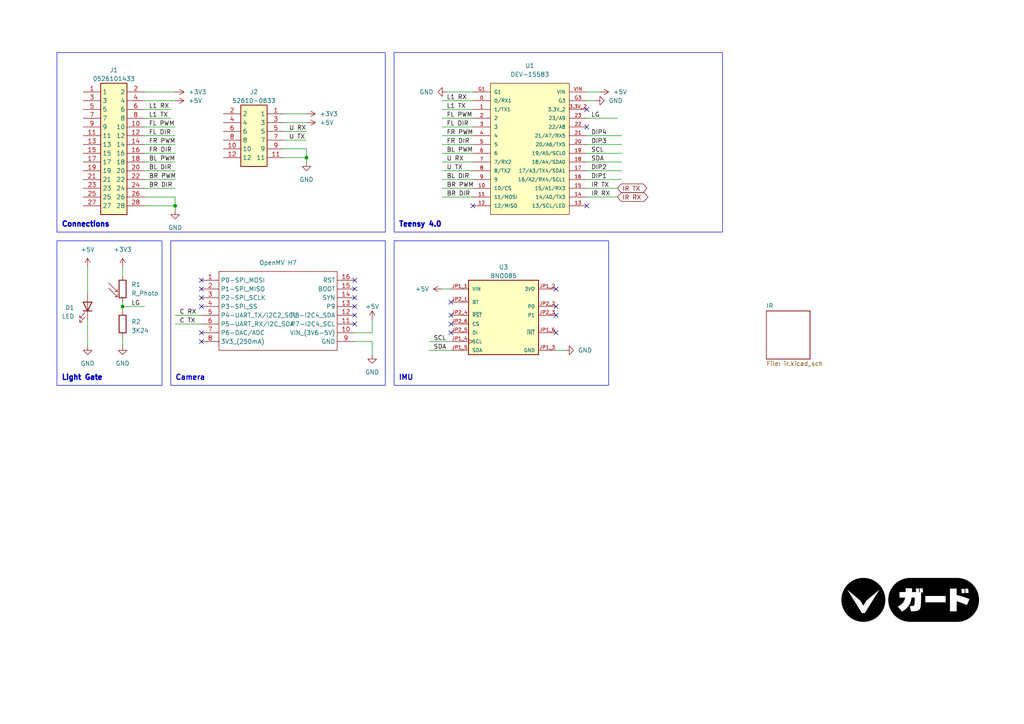
<source format=kicad_sch>
(kicad_sch (version 20230121) (generator eeschema)
  (paper "A4")
  (lib_symbols
    (symbol "4754:4754" (pin_names (offset 1.016))
      (property "Reference" "U" (at -10.16 12.192 0))
      (property "Value" "4754" (at -10.16 -12.7 0))
      (symbol "4754_0_0"
        (rectangle (start -10.16 11.43) (end 10.16 -10.16) (stroke (width 0.254)) (fill (type background)))
        (pin input line (at -15.24 8.89 0) (length 5.08) (name "VIN") (number "JP1_1"))
        (pin output line (at 15.24 8.89 180) (length 5.08) (name "3VO") (number "JP1_2"))
        (pin power_in line (at 15.24 -8.89 180) (length 5.08) (name "GND") (number "JP1_3"))
        (pin bidirectional clock (at -15.24 -6.35 0) (length 5.08) (name "SCL") (number "JP1_4"))
        (pin bidirectional line (at -15.24 -8.89 0) (length 5.08) (name "SDA") (number "JP1_5"))
        (pin output line (at 15.24 -3.81 180) (length 5.08) (name "~{INT}") (number "JP1_6"))
        (pin input line (at -15.24 5.08 0) (length 5.08) (name "BT") (number "JP2_1"))
        (pin bidirectional line (at 15.24 3.81 180) (length 5.08) (name "P0") (number "JP2_2"))
        (pin bidirectional line (at 15.24 1.27 180) (length 5.08) (name "P1") (number "JP2_3"))
        (pin input line (at -15.24 1.27 0) (length 5.08) (name "~{RST}") (number "JP2_4"))
        (pin input line (at -15.24 -3.81 0) (length 5.08) (name "DI") (number "JP2_5"))
        (pin input line (at -15.24 -1.27 0) (length 5.08) (name "CS") (number "JP2_6"))
      )
    )
    (symbol "52610:52610-0633"
      (property "Reference" "J" (at 10.16 3.81 0))
      (property "Value" "52610-0633" (at 10.16 1.27 0))
      (symbol "52610-0633_1_1"
        (rectangle (start 6.35 0) (end 13.97 -17.78) (stroke (width 0.254)) (fill (type background)))
        (pin passive line (at 19.05 -2.54 180) (length 5.08) (name "1") (number "1"))
        (pin passive line (at 1.27 -12.7 0) (length 5.08) (name "10") (number "10"))
        (pin passive line (at 19.05 -15.24 180) (length 5.08) (name "11") (number "11"))
        (pin passive line (at 1.27 -15.24 0) (length 5.08) (name "12") (number "12"))
        (pin passive line (at 1.27 -2.54 0) (length 5.08) (name "2") (number "2"))
        (pin passive line (at 19.05 -5.08 180) (length 5.08) (name "3") (number "3"))
        (pin passive line (at 1.27 -5.08 0) (length 5.08) (name "4") (number "4"))
        (pin passive line (at 19.05 -7.62 180) (length 5.08) (name "5") (number "5"))
        (pin passive line (at 1.27 -7.62 0) (length 5.08) (name "6") (number "6"))
        (pin passive line (at 19.05 -10.16 180) (length 5.08) (name "7") (number "7"))
        (pin passive line (at 1.27 -10.16 0) (length 5.08) (name "8") (number "8"))
        (pin passive line (at 19.05 -12.7 180) (length 5.08) (name "9") (number "9"))
      )
    )
    (symbol "52610:52610-1433"
      (property "Reference" "J" (at 8.89 3.81 0))
      (property "Value" "52610-1433" (at 8.89 1.27 0))
      (symbol "52610-1433_1_1"
        (rectangle (start 5.08 0) (end 12.7 -38.1) (stroke (width 0.254)) (fill (type background)))
        (pin passive line (at 17.78 -2.54 180) (length 5.08) (name "1") (number "1"))
        (pin passive line (at 0 -12.7 0) (length 5.08) (name "10") (number "10"))
        (pin passive line (at 17.78 -15.24 180) (length 5.08) (name "11") (number "11"))
        (pin passive line (at 0 -15.24 0) (length 5.08) (name "12") (number "12"))
        (pin passive line (at 17.78 -17.78 180) (length 5.08) (name "13") (number "13"))
        (pin passive line (at 0 -17.78 0) (length 5.08) (name "14") (number "14"))
        (pin passive line (at 17.78 -20.32 180) (length 5.08) (name "15") (number "15"))
        (pin passive line (at 0 -20.32 0) (length 5.08) (name "16") (number "16"))
        (pin passive line (at 17.78 -22.86 180) (length 5.08) (name "17") (number "17"))
        (pin passive line (at 0 -22.86 0) (length 5.08) (name "18") (number "18"))
        (pin passive line (at 17.78 -25.4 180) (length 5.08) (name "19") (number "19"))
        (pin passive line (at 0 -2.54 0) (length 5.08) (name "2") (number "2"))
        (pin passive line (at 0 -25.4 0) (length 5.08) (name "20") (number "20"))
        (pin passive line (at 17.78 -27.94 180) (length 5.08) (name "21") (number "21"))
        (pin passive line (at 0 -27.94 0) (length 5.08) (name "22") (number "22"))
        (pin passive line (at 17.78 -30.48 180) (length 5.08) (name "23") (number "23"))
        (pin passive line (at 0 -30.48 0) (length 5.08) (name "24") (number "24"))
        (pin passive line (at 17.78 -33.02 180) (length 5.08) (name "25") (number "25"))
        (pin passive line (at 0 -33.02 0) (length 5.08) (name "26") (number "26"))
        (pin passive line (at 17.78 -35.56 180) (length 5.08) (name "27") (number "27"))
        (pin passive line (at 0 -35.56 0) (length 5.08) (name "28") (number "28"))
        (pin passive line (at 17.78 -5.08 180) (length 5.08) (name "3") (number "3"))
        (pin passive line (at 0 -5.08 0) (length 5.08) (name "4") (number "4"))
        (pin passive line (at 17.78 -7.62 180) (length 5.08) (name "5") (number "5"))
        (pin passive line (at 0 -7.62 0) (length 5.08) (name "6") (number "6"))
        (pin passive line (at 17.78 -10.16 180) (length 5.08) (name "7") (number "7"))
        (pin passive line (at 0 -10.16 0) (length 5.08) (name "8") (number "8"))
        (pin passive line (at 17.78 -12.7 180) (length 5.08) (name "9") (number "9"))
      )
    )
    (symbol "Device:LED" (pin_numbers hide) (pin_names (offset 1.016) hide)
      (property "Reference" "D" (at 0 2.54 0))
      (property "Value" "LED" (at 0 -2.54 0))
      (symbol "LED_0_1"
        (polyline (pts (xy -1.27 -1.27) (xy -1.27 1.27)) (stroke (width 0.254)))
        (polyline (pts (xy -1.27 0) (xy 1.27 0)))
        (polyline (pts (xy 1.27 -1.27) (xy 1.27 1.27) (xy -1.27 0) (xy 1.27 -1.27)) (stroke (width 0.254)))
        (polyline (pts (xy -3.048 -0.762) (xy -4.572 -2.286) (xy -3.81 -2.286) (xy -4.572 -2.286) (xy -4.572 -1.524)))
        (polyline (pts (xy -1.778 -0.762) (xy -3.302 -2.286) (xy -2.54 -2.286) (xy -3.302 -2.286) (xy -3.302 -1.524)))
      )
      (symbol "LED_1_1"
        (pin passive line (at -3.81 0 0) (length 2.54) (name "K") (number "1"))
        (pin passive line (at 3.81 0 180) (length 2.54) (name "A") (number "2"))
      )
    )
    (symbol "Device:R" (pin_numbers hide) (pin_names (offset 0))
      (property "Reference" "R" (at 2.032 0 90))
      (property "Value" "R" (at 0 0 90))
      (symbol "R_0_1"
        (rectangle (start -1.016 -2.54) (end 1.016 2.54) (stroke (width 0.254)))
      )
      (symbol "R_1_1"
        (pin passive line (at 0 3.81 270) (length 1.27) (name "~") (number "1"))
        (pin passive line (at 0 -3.81 90) (length 1.27) (name "~") (number "2"))
      )
    )
    (symbol "Device:R_Photo" (pin_numbers hide) (pin_names (offset 0))
      (property "Reference" "R" (at 1.27 1.27 0))
      (property "Value" "R_Photo" (at 1.27 0 0))
      (symbol "R_Photo_0_1"
        (rectangle (start -1.016 2.54) (end 1.016 -2.54) (stroke (width 0.254)))
        (polyline (pts (xy -1.524 -2.286) (xy -4.064 0.254)))
        (polyline (pts (xy -1.524 -2.286) (xy -2.286 -2.286)))
        (polyline (pts (xy -1.524 -2.286) (xy -1.524 -1.524)))
        (polyline (pts (xy -1.524 -0.762) (xy -4.064 1.778)))
        (polyline (pts (xy -1.524 -0.762) (xy -2.286 -0.762)))
        (polyline (pts (xy -1.524 -0.762) (xy -1.524 0)))
      )
      (symbol "R_Photo_1_1"
        (pin passive line (at 0 3.81 270) (length 1.27) (name "~") (number "1"))
        (pin passive line (at 0 -3.81 90) (length 1.27) (name "~") (number "2"))
      )
    )
    (symbol "OpenMV:OpenMV_H7"
      (property "Reference" "U" (at -16.51 3.81 0))
      (property "Value" "OpenMV H7" (at -12.7 1.27 0))
      (symbol "OpenMV_H7_0_1"
        (rectangle (start -17.78 0) (end 16.51 -22.86))
      )
      (symbol "OpenMV_H7_1_1"
        (pin input line (at -22.86 -2.54 0) (length 5.08) (name "P0-SPI_MOSI") (number "1"))
        (pin power_in line (at 21.59 -17.78 180) (length 5.08) (name "VIN_(3V6-5V)") (number "10"))
        (pin input line (at 21.59 -15.24 180) (length 5.08) (name "P7-I2C4_SCL") (number "11"))
        (pin bidirectional line (at 21.59 -12.7 180) (length 5.08) (name "P8-I2C4_SDA") (number "12"))
        (pin input line (at 21.59 -10.16 180) (length 5.08) (name "P9") (number "13"))
        (pin input line (at 21.59 -7.62 180) (length 5.08) (name "SYN") (number "14"))
        (pin input line (at 21.59 -5.08 180) (length 5.08) (name "BOOT") (number "15"))
        (pin input line (at 21.59 -2.54 180) (length 5.08) (name "RST") (number "16"))
        (pin input line (at -22.86 -5.08 0) (length 5.08) (name "P1-SPI_MISO") (number "2"))
        (pin input line (at -22.86 -7.62 0) (length 5.08) (name "P2-SPI_SCLK") (number "3"))
        (pin input line (at -22.86 -10.16 0) (length 5.08) (name "P3-SPI_SS") (number "4"))
        (pin input line (at -22.86 -12.7 0) (length 5.08) (name "P4-UART_TX/I2C2_SCL") (number "5"))
        (pin bidirectional line (at -22.86 -15.24 0) (length 5.08) (name "P5-UART_RX/I2C_SDA") (number "6"))
        (pin input line (at -22.86 -17.78 0) (length 5.08) (name "P6-DAC/ADC") (number "7"))
        (pin power_out line (at -22.86 -20.32 0) (length 5.08) (name "3V3_(250mA)") (number "8"))
        (pin power_in line (at 21.59 -20.32 180) (length 5.08) (name "GND") (number "9"))
      )
    )
    (symbol "Teensy 4.0:Teensy 4.0" (pin_names (offset 1.016)) (in_bom no)
      (property "Reference" "U" (at -12.7 23.622 0))
      (property "Value" "Teensy 4.0" (at -12.7 -17.78 0))
      (symbol "Teensy 4.0_0_0"
        (rectangle (start -11.43 22.86) (end 11.43 -15.24) (stroke (width 0.1524)) (fill (type background)))
        (pin bidirectional line (at -16.51 12.7 0) (length 5.08) (name "2") (number "2"))
        (pin bidirectional line (at -16.51 10.16 0) (length 5.08) (name "3") (number "3"))
        (pin power_in line (at 16.51 15.24 180) (length 5.08) (name "3.3V_2") (number "3.3V_2"))
        (pin bidirectional line (at -16.51 7.62 0) (length 5.08) (name "4") (number "4"))
        (pin bidirectional line (at -16.51 5.08 0) (length 5.08) (name "5") (number "5"))
        (pin bidirectional line (at -16.51 2.54 0) (length 5.08) (name "6") (number "6"))
        (pin bidirectional line (at -16.51 -5.08 0) (length 5.08) (name "9") (number "9"))
        (pin power_in line (at -16.51 20.32 0) (length 5.08) (name "G1") (number "G1"))
        (pin power_in line (at 16.51 17.78 180) (length 5.08) (name "G3") (number "G3"))
        (pin power_in line (at 16.51 20.32 180) (length 5.08) (name "VIN") (number "VIN"))
      )
      (symbol "Teensy 4.0_1_0"
        (pin bidirectional line (at -16.51 17.78 0) (length 5.08) (name "0/RX1") (number "0"))
        (pin bidirectional line (at -16.51 15.24 0) (length 5.08) (name "1/TX1") (number "1"))
        (pin bidirectional line (at -16.51 -7.62 0) (length 5.08) (name "10/CS") (number "10"))
        (pin bidirectional line (at -16.51 -10.16 0) (length 5.08) (name "11/MOSI") (number "11"))
        (pin bidirectional line (at -16.51 -12.7 0) (length 5.08) (name "12/MISO") (number "12"))
        (pin bidirectional line (at 16.51 -12.7 180) (length 5.08) (name "13/SCL/LED") (number "13"))
        (pin bidirectional line (at 16.51 -10.16 180) (length 5.08) (name "14/A0/TX3") (number "14"))
        (pin bidirectional line (at 16.51 -7.62 180) (length 5.08) (name "15/A1/RX3") (number "15"))
        (pin bidirectional line (at 16.51 -5.08 180) (length 5.08) (name "16/A2/RX4/SCL1") (number "16"))
        (pin bidirectional line (at 16.51 -2.54 180) (length 5.08) (name "17/A3/TX4/SDA1") (number "17"))
        (pin bidirectional line (at 16.51 0 180) (length 5.08) (name "18/A4/SDA0") (number "18"))
        (pin bidirectional line (at 16.51 2.54 180) (length 5.08) (name "19/A5/SCL0") (number "19"))
        (pin bidirectional line (at 16.51 5.08 180) (length 5.08) (name "20/A6/TX5") (number "20"))
        (pin bidirectional line (at 16.51 7.62 180) (length 5.08) (name "21/A7/RX5") (number "21"))
        (pin bidirectional line (at 16.51 10.16 180) (length 5.08) (name "22/A8") (number "22"))
        (pin bidirectional line (at 16.51 12.7 180) (length 5.08) (name "23/A9") (number "23"))
        (pin bidirectional line (at -16.51 0 0) (length 5.08) (name "7/RX2") (number "7"))
        (pin bidirectional line (at -16.51 -2.54 0) (length 5.08) (name "8/TX2") (number "8"))
      )
    )
    (symbol "power:+3V3" (power) (pin_names (offset 0))
      (property "Value" "+3V3" (at 0 3.556 0))
      (symbol "+3V3_0_1"
        (polyline (pts (xy -0.762 1.27) (xy 0 2.54)))
        (polyline (pts (xy 0 0) (xy 0 2.54)))
        (polyline (pts (xy 0 2.54) (xy 0.762 1.27)))
      )
      (symbol "+3V3_1_1"
        (pin power_in line (at 0 0 90) (length 0) hide (name "+3V3") (number "1"))
      )
    )
    (symbol "power:+5V" (power) (pin_names (offset 0))
      (property "Value" "+5V" (at 0 3.556 0))
      (symbol "+5V_0_1"
        (polyline (pts (xy -0.762 1.27) (xy 0 2.54)))
        (polyline (pts (xy 0 0) (xy 0 2.54)))
        (polyline (pts (xy 0 2.54) (xy 0.762 1.27)))
      )
      (symbol "+5V_1_1"
        (pin power_in line (at 0 0 90) (length 0) hide (name "+5V") (number "1"))
      )
    )
    (symbol "power:GND" (power) (pin_names (offset 0))
      (property "Value" "GND" (at 0 -3.81 0))
      (symbol "GND_0_1"
        (polyline (pts (xy 0 0) (xy 0 -1.27) (xy 1.27 -1.27) (xy 0 -2.54) (xy -1.27 -1.27) (xy 0 -1.27)))
      )
      (symbol "GND_1_1"
        (pin power_in line (at 0 0 270) (length 0) hide (name "GND") (number "1"))
      )
    )
  )
  (junction (at 35.56 88.9))
  (junction (at 88.9 45.72))
  (junction (at 50.8 59.69))
  (no_connect (at 130.81 96.52))
  (no_connect (at 58.42 88.9))
  (no_connect (at 102.87 91.44))
  (no_connect (at 102.87 93.98))
  (no_connect (at 130.81 91.44))
  (no_connect (at 102.87 81.28))
  (no_connect (at 58.42 96.52))
  (no_connect (at 137.16 59.69))
  (no_connect (at 161.29 96.52))
  (no_connect (at 161.29 88.9))
  (no_connect (at 102.87 83.82))
  (no_connect (at 102.87 86.36))
  (no_connect (at 170.18 36.83))
  (no_connect (at 170.18 31.75))
  (no_connect (at 58.42 99.06))
  (no_connect (at 102.87 88.9))
  (no_connect (at 130.81 87.63))
  (no_connect (at 170.18 59.69))
  (no_connect (at 58.42 83.82))
  (no_connect (at 58.42 86.36))
  (no_connect (at 161.29 83.82))
  (no_connect (at 58.42 81.28))
  (no_connect (at 130.81 93.98))
  (no_connect (at 161.29 91.44))
  (wire (pts (xy 128.27 36.83) (xy 137.16 36.83)))
  (wire (pts (xy 35.56 77.47) (xy 35.56 80.01)))
  (wire (pts (xy 41.91 57.15) (xy 50.8 57.15)))
  (wire (pts (xy 35.56 88.9) (xy 41.91 88.9)))
  (wire (pts (xy 170.18 57.15) (xy 179.07 57.15)))
  (wire (pts (xy 41.91 59.69) (xy 50.8 59.69)))
  (wire (pts (xy 130.81 83.82) (xy 128.27 83.82)))
  (wire (pts (xy 128.27 46.99) (xy 137.16 46.99)))
  (wire (pts (xy 41.91 54.61) (xy 50.8 54.61)))
  (wire (pts (xy 50.8 93.98) (xy 58.42 93.98)))
  (wire (pts (xy 35.56 87.63) (xy 35.56 88.9)))
  (wire (pts (xy 107.95 99.06) (xy 107.95 102.87)))
  (wire (pts (xy 170.18 39.37) (xy 180.34 39.37)))
  (wire (pts (xy 124.46 99.06) (xy 130.81 99.06)))
  (wire (pts (xy 88.9 43.18) (xy 88.9 45.72)))
  (wire (pts (xy 124.46 101.6) (xy 130.81 101.6)))
  (wire (pts (xy 41.91 46.99) (xy 50.8 46.99)))
  (wire (pts (xy 82.55 45.72) (xy 88.9 45.72)))
  (wire (pts (xy 82.55 33.02) (xy 88.9 33.02)))
  (wire (pts (xy 88.9 46.99) (xy 88.9 45.72)))
  (wire (pts (xy 41.91 41.91) (xy 50.8 41.91)))
  (wire (pts (xy 170.18 52.07) (xy 180.34 52.07)))
  (wire (pts (xy 82.55 38.1) (xy 88.9 38.1)))
  (wire (pts (xy 170.18 29.21) (xy 172.72 29.21)))
  (wire (pts (xy 170.18 34.29) (xy 179.07 34.29)))
  (wire (pts (xy 35.56 97.79) (xy 35.56 100.33)))
  (wire (pts (xy 128.27 54.61) (xy 137.16 54.61)))
  (wire (pts (xy 161.29 101.6) (xy 163.83 101.6)))
  (wire (pts (xy 41.91 31.75) (xy 49.53 31.75)))
  (wire (pts (xy 41.91 36.83) (xy 50.8 36.83)))
  (wire (pts (xy 50.8 57.15) (xy 50.8 59.69)))
  (wire (pts (xy 128.27 57.15) (xy 137.16 57.15)))
  (wire (pts (xy 35.56 88.9) (xy 35.56 90.17)))
  (wire (pts (xy 102.87 99.06) (xy 107.95 99.06)))
  (wire (pts (xy 41.91 34.29) (xy 49.53 34.29)))
  (wire (pts (xy 128.27 34.29) (xy 137.16 34.29)))
  (wire (pts (xy 50.8 91.44) (xy 58.42 91.44)))
  (wire (pts (xy 128.27 41.91) (xy 137.16 41.91)))
  (wire (pts (xy 41.91 52.07) (xy 50.8 52.07)))
  (wire (pts (xy 170.18 26.67) (xy 173.99 26.67)))
  (wire (pts (xy 170.18 54.61) (xy 179.07 54.61)))
  (wire (pts (xy 25.4 77.47) (xy 25.4 85.09)))
  (wire (pts (xy 25.4 92.71) (xy 25.4 100.33)))
  (wire (pts (xy 170.18 46.99) (xy 180.34 46.99)))
  (wire (pts (xy 82.55 35.56) (xy 88.9 35.56)))
  (wire (pts (xy 128.27 39.37) (xy 137.16 39.37)))
  (wire (pts (xy 170.18 49.53) (xy 180.34 49.53)))
  (wire (pts (xy 128.27 44.45) (xy 137.16 44.45)))
  (wire (pts (xy 82.55 40.64) (xy 88.9 40.64)))
  (wire (pts (xy 170.18 44.45) (xy 180.34 44.45)))
  (wire (pts (xy 82.55 43.18) (xy 88.9 43.18)))
  (wire (pts (xy 41.91 39.37) (xy 50.8 39.37)))
  (wire (pts (xy 170.18 41.91) (xy 180.34 41.91)))
  (wire (pts (xy 41.91 49.53) (xy 50.8 49.53)))
  (wire (pts (xy 41.91 44.45) (xy 50.8 44.45)))
  (wire (pts (xy 128.27 29.21) (xy 137.16 29.21)))
  (wire (pts (xy 137.16 26.67) (xy 129.54 26.67)))
  (wire (pts (xy 102.87 96.52) (xy 107.95 96.52)))
  (wire (pts (xy 107.95 92.71) (xy 107.95 96.52)))
  (wire (pts (xy 41.91 26.67) (xy 50.8 26.67)))
  (wire (pts (xy 50.8 60.96) (xy 50.8 59.69)))
  (wire (pts (xy 41.91 29.21) (xy 50.8 29.21)))
  (wire (pts (xy 128.27 52.07) (xy 137.16 52.07)))
  (wire (pts (xy 128.27 49.53) (xy 137.16 49.53)))
  (wire (pts (xy 128.27 31.75) (xy 137.16 31.75)))
  (rectangle (start 114.3 15.24) (end 209.55 67.31))
  (rectangle (start 49.53 69.85) (end 111.76 111.76))
  (rectangle (start 16.51 15.24) (end 111.76 67.31))
  (rectangle (start 16.51 69.85) (end 46.99 111.76))
  (rectangle (start 114.3 69.85) (end 176.53 111.76))
  (image (at 264 173.99) (scale 0.139323))
  (text "Light Gate" (at 17.78 110.49 0) (effects (font (size 1.5 1.5) (thickness 0.4) bold) (justify left bottom)))
  (text "Camera" (at 50.8 110.49 0) (effects (font (size 1.5 1.5) (thickness 0.3) bold) (justify left bottom)))
  (text "Teensy 4.0" (at 115.57 66.04 0) (effects (font (size 1.5 1.5) (thickness 0.4) bold) (justify left bottom)))
  (text "IMU" (at 115.57 110.49 0) (effects (font (size 1.5 1.5) (thickness 0.3) bold) (justify left bottom)))
  (text "Connections" (at 17.78 66.04 0) (effects (font (size 1.5 1.5) (thickness 0.4) bold) (justify left bottom)))
  (label "DIP3" (at 171.45 41.91 0))
  (label "L1 TX" (at 129.54 31.75 0))
  (label "C TX" (at 52.07 93.98 0))
  (label "U TX" (at 129.54 49.53 0))
  (label "BR PWM" (at 129.54 54.61 0))
  (label "U TX" (at 83.82 40.64 0))
  (label "FL DIR" (at 129.54 36.83 0))
  (label "BR DIR" (at 43.18 54.61 0))
  (label "IR TX" (at 171.45 54.61 0))
  (label "BL PWM" (at 43.18 46.99 0))
  (label "DIP2" (at 171.45 49.53 0))
  (label "BR PWM" (at 43.18 52.07 0))
  (label "SDA" (at 171.45 46.99 0))
  (label "IR RX" (at 171.45 57.15 0))
  (label "L1 RX" (at 43.18 31.75 0))
  (label "FR DIR" (at 43.18 44.45 0))
  (label "BR DIR" (at 129.54 57.15 0))
  (label "SCL" (at 171.45 44.45 0))
  (label "FR PWM" (at 129.54 39.37 0))
  (label "BL DIR" (at 129.54 52.07 0))
  (label "FR DIR" (at 129.54 41.91 0))
  (label "LG" (at 171.45 34.29 0))
  (label "C RX" (at 52.07 91.44 0))
  (label "SDA" (at 125.73 101.6 0))
  (label "FL PWM" (at 43.18 36.83 0))
  (label "FR PWM" (at 43.18 41.91 0))
  (label "DIP1" (at 171.45 52.07 0))
  (label "U RX" (at 129.54 46.99 0))
  (label "BL DIR" (at 43.18 49.53 0))
  (label "LG" (at 38.1 88.9 0))
  (label "L1 TX" (at 43.18 34.29 0))
  (label "FL DIR" (at 43.18 39.37 0))
  (label "L1 RX" (at 129.54 29.21 0))
  (label "FL PWM" (at 129.54 34.29 0))
  (label "U RX" (at 83.82 38.1 0))
  (label "BL PWM" (at 129.54 44.45 0))
  (label "SCL" (at 125.73 99.06 0))
  (label "DIP4" (at 171.45 39.37 0))
  (global_label "IR TX" (shape bidirectional) (at 179.07 54.61 0) (property "Intersheetrefs" "${INTERSHEET_REFS}" (effects hide)))
  (global_label "IR RX" (shape bidirectional) (at 179.07 57.15 0) (property "Intersheetrefs" "${INTERSHEET_REFS}" (effects hide)))
  (symbol (lib_id "Device:R_Photo") (at 35.56 83.82 0) (unit 1)
    (property "Reference" "R1" (at 38.1 82.55 0) (effects (justify left)))
    (property "Value" "R_Photo" (at 38.1 85.09 0) (effects (justify left)))
    (property "Footprint" "Connector_PinHeader_2.54mm:PinHeader_1x02_P2.54mm_Vertical" (effects hide))
  )
  (symbol (lib_id "OpenMV:OpenMV_H7") (at 81.28 78.74 0) (unit 1)
    (property "Reference" "U2" (effects hide))
    (property "Value" "OpenMV H7" (at 80.645 76.2 0))
    (property "Footprint" "footprints:openmv" (effects hide))
    (property "Datasheet" "https://cdn.shopify.com/s/files/1/0803/9211/files/OpenMV-H7.pdf?10726770933929369108" (effects hide))
  )
  (symbol (lib_id "power:+3V3") (at 88.9 33.02 270) (unit 1)
    (property "Reference" "#PWR05" (effects hide))
    (property "Value" "+3V3" (at 92.71 33.02 90) (effects (justify left)))
  )
  (symbol (lib_id "52610:52610-1433") (at 41.91 24.13 0) (mirror y) (unit 1)
    (property "Reference" "J1" (at 33.02 20.32 0))
    (property "Value" "0526101433" (at 33.02 22.86 0))
    (property "Footprint" "footprints:526101433" (effects hide))
    (property "Datasheet" "https://www.molex.com/pdm_docs/sd/526101233_sd.pdf" (effects hide))
    (property "Height" "6.05" (effects hide))
    (property "Manufacturer_Name" "Molex" (effects hide))
    (property "Manufacturer_Part_Number" "0526101433" (effects hide))
    (property "Mouser Part Number" "N/A" (effects hide))
    (property "Mouser Price/Stock" "https://www.mouser.com/Search/Refine.aspx?Keyword=N%2FA" (effects hide))
    (property "Arrow Part Number" "0526101433" (effects hide))
    (property "Arrow Price/Stock" "https://www.arrow.com/en/products/0526101433/molex" (effects hide))
  )
  (symbol (lib_id "power:GND") (at 172.72 29.21 90) (unit 1)
    (property "Reference" "#PWR0118" (effects hide))
    (property "Value" "GND" (at 176.53 29.21 90) (effects (justify right)))
  )
  (symbol (lib_id "power:+5V") (at 107.95 92.71 0) (unit 1)
    (property "Reference" "#PWR0104" (effects hide))
    (property "Value" "+5V" (at 107.95 88.9 0))
  )
  (symbol (lib_id "power:GND") (at 50.8 60.96 0) (unit 1)
    (property "Reference" "#PWR03" (effects hide))
    (property "Value" "GND" (at 50.8 66.04 0))
  )
  (symbol (lib_id "power:GND") (at 25.4 100.33 0) (unit 1)
    (property "Reference" "#PWR0106" (effects hide))
    (property "Value" "GND" (at 25.4 105.41 0))
  )
  (symbol (lib_id "52610:52610-0633") (at 63.5 30.48 0) (unit 1)
    (property "Reference" "J2" (at 73.66 26.67 0))
    (property "Value" "52610-0833" (at 73.66 29.21 0))
    (property "Footprint" "footprints:526100633" (effects hide))
    (property "Datasheet" "https://www.molex.com/webdocs/datasheets/pdf/en-us/0526100833_FFC_FPC_CONNECTORS.pdf" (effects hide))
    (property "Manufacturer_Name" "Molex" (effects hide))
    (property "Manufacturer_Part_Number" "52610-0833" (effects hide))
    (property "Mouser Part Number" "538-52610-0833" (effects hide))
    (property "Mouser Price/Stock" "https://www.mouser.co.uk/ProductDetail/Molex/52610-0833?qs=rw2VfpiI%2FsPvgxhPx3s5fw%3D%3D" (effects hide))
    (property "Arrow Part Number" "52610-0833" (effects hide))
    (property "Arrow Price/Stock" "https://www.arrow.com/en/products/52610-0833/molex?region=nac" (effects hide))
  )
  (symbol (lib_id "power:+5V") (at 25.4 77.47 0) (unit 1)
    (property "Reference" "#PWR0102" (effects hide))
    (property "Value" "+5V" (at 25.4 72.39 0))
  )
  (symbol (lib_id "Teensy 4.0:Teensy 4.0") (at 153.67 46.99 0) (unit 1) (in_bom no)
    (property "Reference" "U1" (at 153.67 19.05 0))
    (property "Value" "DEV-15583" (at 153.67 21.59 0))
    (property "Footprint" "footprints:teensy4" (effects hide))
    (property "STANDARD" "Manufacturer Recommendations" (effects hide))
    (property "MAXIMUM_PACKAGE_HEIGHT" "5.87mm" (effects hide))
    (property "MANUFACTURER" "Sparkfun" (effects hide))
  )
  (symbol (lib_id "power:GND") (at 107.95 102.87 0) (unit 1)
    (property "Reference" "#PWR0105" (effects hide))
    (property "Value" "GND" (at 107.95 107.95 0))
  )
  (symbol (lib_id "power:+5V") (at 128.27 83.82 90) (mirror x) (unit 1)
    (property "Reference" "#PWR07" (effects hide))
    (property "Value" "+5V" (at 124.46 83.82 90) (effects (justify left)))
  )
  (symbol (lib_id "Device:R") (at 35.56 93.98 0) (unit 1)
    (property "Reference" "R2" (at 38.1 93.345 0) (effects (justify left)))
    (property "Value" "3K24" (at 38.1 95.885 0) (effects (justify left)))
    (property "Footprint" "footprints:res0603" (effects hide))
  )
  (symbol (lib_id "power:+5V") (at 88.9 35.56 270) (unit 1)
    (property "Reference" "#PWR06" (effects hide))
    (property "Value" "+5V" (at 92.71 35.56 90) (effects (justify left)))
  )
  (symbol (lib_id "power:GND") (at 88.9 46.99 0) (unit 1)
    (property "Reference" "#PWR04" (effects hide))
    (property "Value" "GND" (at 88.9 52.07 0))
  )
  (symbol (lib_id "power:+3V3") (at 50.8 26.67 270) (unit 1)
    (property "Reference" "#PWR01" (effects hide))
    (property "Value" "+3V3" (at 54.61 26.67 90) (effects (justify left)))
  )
  (symbol (lib_id "power:+5V") (at 50.8 29.21 270) (unit 1)
    (property "Reference" "#PWR02" (effects hide))
    (property "Value" "+5V" (at 54.61 29.21 90) (effects (justify left)))
  )
  (symbol (lib_id "power:GND") (at 35.56 100.33 0) (unit 1)
    (property "Reference" "#PWR0101" (effects hide))
    (property "Value" "GND" (at 35.56 105.41 0))
  )
  (symbol (lib_id "power:GND") (at 163.83 101.6 90) (unit 1)
    (property "Reference" "#PWR08" (effects hide))
    (property "Value" "GND" (at 167.64 101.6 90) (effects (justify right)))
  )
  (symbol (lib_id "Device:LED") (at 25.4 88.9 270) (mirror x) (unit 1)
    (property "Reference" "D1" (at 21.59 89.2175 90) (effects (justify right)))
    (property "Value" "LED" (at 21.59 91.7575 90) (effects (justify right)))
    (property "Footprint" "Connector_PinHeader_2.54mm:PinHeader_1x02_P2.54mm_Vertical" (effects hide))
  )
  (symbol (lib_id "power:GND") (at 129.54 26.67 270) (mirror x) (unit 1)
    (property "Reference" "#PWR0117" (effects hide))
    (property "Value" "GND" (at 125.73 26.67 90) (effects (justify right)))
  )
  (symbol (lib_id "power:+3V3") (at 35.56 77.47 0) (unit 1)
    (property "Reference" "#PWR0103" (effects hide))
    (property "Value" "+3V3" (at 35.56 72.39 0))
  )
  (symbol (lib_id "4754:4754") (at 146.05 92.71 0) (unit 1)
    (property "Reference" "U3" (at 146.05 77.47 0))
    (property "Value" "BNO085" (at 146.05 80.01 0))
    (property "Footprint" "footprints:bno085" (effects hide))
    (property "MANUFACTURER" "Adafruit" (effects hide))
    (property "PARTREV" "2021-03-16" (effects hide))
    (property "STANDARD" "Manufacturer Recommendations" (effects hide))
    (property "SNAPEDA_PN" "4754" (effects hide))
    (property "MAXIMUM_PACKAGE_HEIGHT" "4.6mm" (effects hide))
  )
  (symbol (lib_id "power:+5V") (at 173.99 26.67 270) (unit 1)
    (property "Reference" "#PWR0115" (effects hide))
    (property "Value" "+5V" (at 177.8 26.67 90) (effects (justify left)))
  )
  (sheet (at 222.25 90.17) (size 12.7 13.97) (stroke (width 0.1524))
    (property "Sheetname" "IR" (at 222.25 89.4584 0) (effects (justify left bottom)))
    (property "Sheetfile" "ir.kicad_sch" (at 222.25 104.7246 0) (effects (justify left top)))
  )
)
</source>
